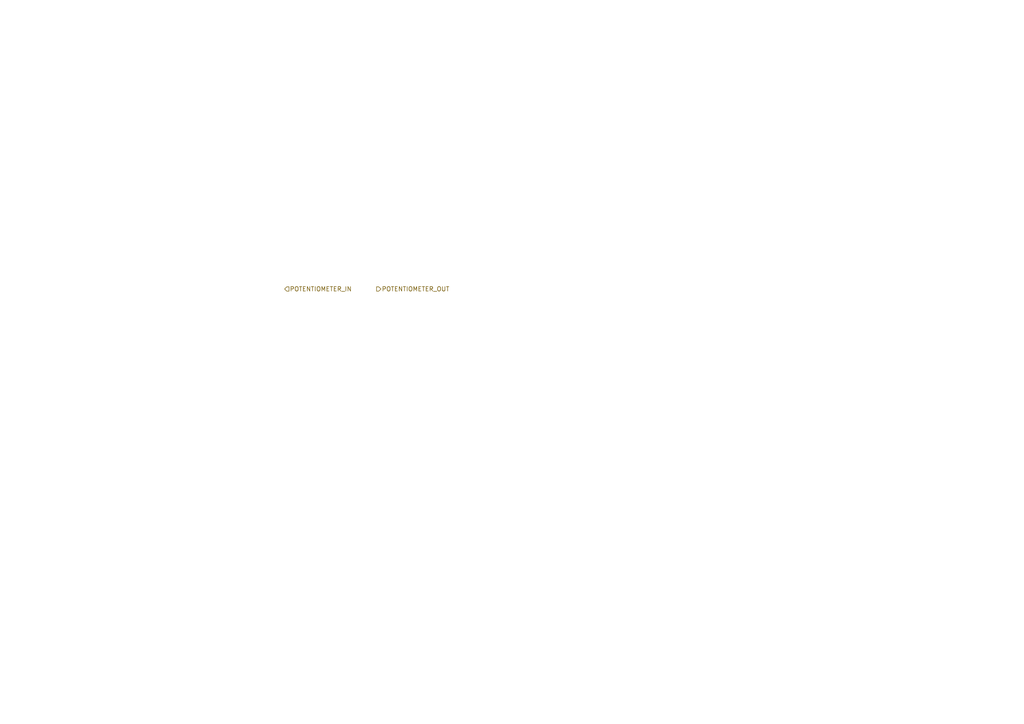
<source format=kicad_sch>
(kicad_sch (version 20230121) (generator eeschema)
  (paper "A4")
  (title_block (title "Suspension potentiometers") (date "2023-02-24") (rev "${REVISION}") (company "Author: Szymon Kostrubiec") (comment 1 "Reviewer:"))
  (lib_symbols)
  (hierarchical_label "POTENTIOMETER_IN" (shape input) (at 82.55 83.82 0))
  (hierarchical_label "POTENTIOMETER_OUT" (shape output) (at 109.22 83.82 0))
)
</source>
